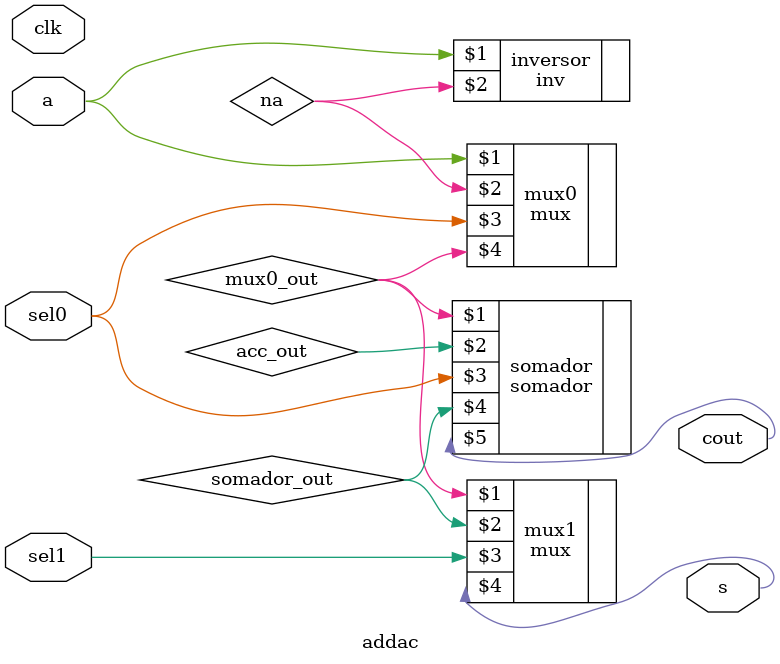
<source format=sv>
module addac(input logic [0:0]a, input logic sel0, sel1, input logic clk,
 output logic cout, output logic [0:0] s);
 
 logic [0:0] na;
 inv inversor(a, na);
 
 logic [0:0] mux0_out;
 mux mux0(a, na, sel0, mux0_out);
 
 logic [0:0] acc_out;
 logic [0:0] somador_out;
 
 somador somador(mux0_out, acc_out, sel0, somador_out, cout);
 
 mux mux1(mux0_out, somador_out, sel1, s); 
 
 endmodule 
</source>
